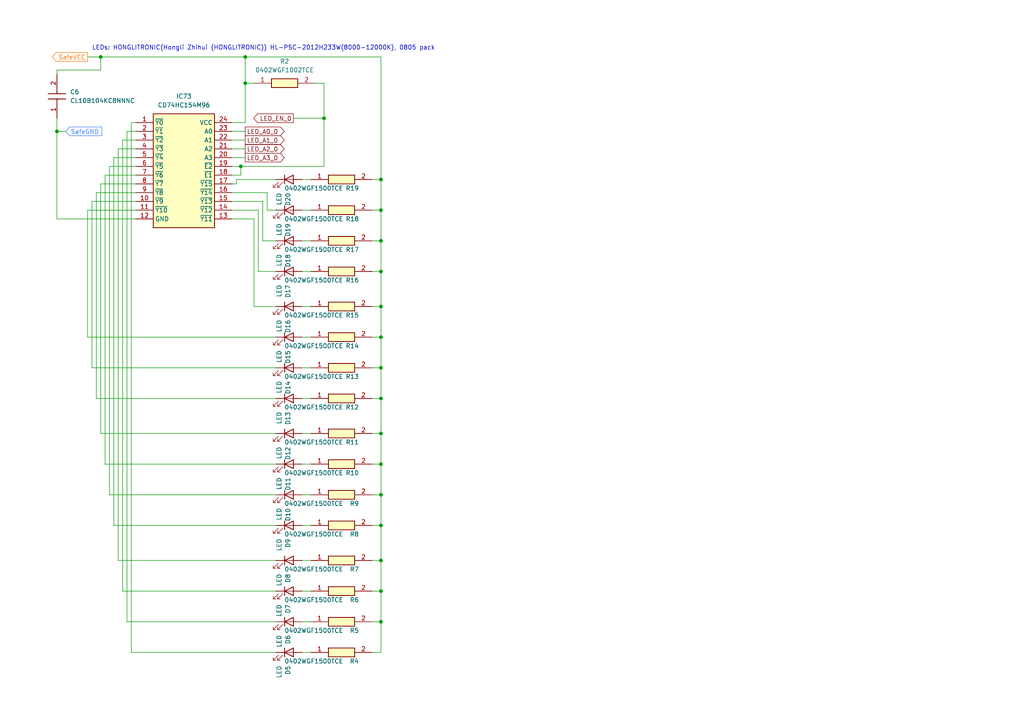
<source format=kicad_sch>
(kicad_sch (version 20250114) (generator "eeschema") (generator_version "9.0")
  (paper "A4")
  (title_block (title "ElectroChessboard") (company "Wojciech B") (comment 1 "Electronic chessboard") (comment 2 "Elektroniczna szachownica"))
  (lib_symbols
    (symbol "Device:LED" (pin_numbers (hide yes)) (pin_names (offset 1.016) (hide yes))
      (property "Reference" "D" (at 0 2.54 0))
      (property "Value" "LED" (at 0 -2.54 0))
      (symbol "LED_0_1"
        (polyline (pts (xy -3.048 -0.762) (xy -4.572 -2.286) (xy -3.81 -2.286) (xy -4.572 -2.286) (xy -4.572 -1.524)))
        (polyline (pts (xy -1.778 -0.762) (xy -3.302 -2.286) (xy -2.54 -2.286) (xy -3.302 -2.286) (xy -3.302 -1.524)))
        (polyline (pts (xy -1.27 0) (xy 1.27 0)))
        (polyline (pts (xy -1.27 -1.27) (xy -1.27 1.27)) (stroke (width 0.254)))
        (polyline (pts (xy 1.27 -1.27) (xy 1.27 1.27) (xy -1.27 0) (xy 1.27 -1.27)) (stroke (width 0.254)))
      )
      (symbol "LED_1_1"
        (pin passive line (at -3.81 0 0) (length 2.54) (name "K") (number "1"))
        (pin passive line (at 3.81 0 180) (length 2.54) (name "A") (number "2"))
      )
    )
    (symbol "SamacSys_Parts:0402WGF1002TCE" (pin_names (hide yes))
      (property "Reference" "R" (at 13.97 6.35 0))
      (property "Value" "0402WGF1002TCE" (at 13.97 3.81 0))
      (symbol "0402WGF1002TCE_1_1"
        (rectangle (start 5.08 1.27) (end 12.7 -1.27) (stroke (width 0.254)) (fill (type background)))
        (pin passive line (at 0 0 0) (length 5.08) (name "1") (number "1"))
        (pin passive line (at 17.78 0 180) (length 5.08) (name "2") (number "2"))
      )
    )
    (symbol "SamacSys_Parts:0402WGF1500TCE" (pin_names (hide yes))
      (property "Reference" "R" (at 13.97 6.35 0))
      (property "Value" "0402WGF1500TCE" (at 13.97 3.81 0))
      (symbol "0402WGF1500TCE_1_1"
        (rectangle (start 5.08 1.27) (end 12.7 -1.27) (stroke (width 0.254)) (fill (type background)))
        (pin passive line (at 0 0 0) (length 5.08) (name "1") (number "1"))
        (pin passive line (at 17.78 0 180) (length 5.08) (name "2") (number "2"))
      )
    )
    (symbol "SamacSys_Parts:CD74HC154M96"
      (property "Reference" "IC" (at 24.13 7.62 0))
      (property "Value" "CD74HC154M96" (at 24.13 5.08 0))
      (symbol "CD74HC154M96_1_1"
        (rectangle (start 5.08 2.54) (end 22.86 -30.48) (stroke (width 0.254)) (fill (type background)))
        (pin passive line (at 0 0 0) (length 5.08) (name "~{Y0}") (number "1"))
        (pin passive line (at 0 -2.54 0) (length 5.08) (name "~{Y1}") (number "2"))
        (pin passive line (at 0 -5.08 0) (length 5.08) (name "~{Y2}") (number "3"))
        (pin passive line (at 0 -7.62 0) (length 5.08) (name "~{Y3}") (number "4"))
        (pin passive line (at 0 -10.16 0) (length 5.08) (name "~{Y4}") (number "5"))
        (pin passive line (at 0 -12.7 0) (length 5.08) (name "~{Y5}") (number "6"))
        (pin passive line (at 0 -15.24 0) (length 5.08) (name "~{Y6}") (number "7"))
        (pin passive line (at 0 -17.78 0) (length 5.08) (name "~{Y7}") (number "8"))
        (pin passive line (at 0 -20.32 0) (length 5.08) (name "~{Y8}") (number "9"))
        (pin passive line (at 0 -22.86 0) (length 5.08) (name "~{Y9}") (number "10"))
        (pin passive line (at 0 -25.4 0) (length 5.08) (name "~{Y10}") (number "11"))
        (pin passive line (at 0 -27.94 0) (length 5.08) (name "GND") (number "12"))
        (pin passive line (at 27.94 0 180) (length 5.08) (name "VCC") (number "24"))
        (pin passive line (at 27.94 -2.54 180) (length 5.08) (name "A0") (number "23"))
        (pin passive line (at 27.94 -5.08 180) (length 5.08) (name "A1") (number "22"))
        (pin passive line (at 27.94 -7.62 180) (length 5.08) (name "A2") (number "21"))
        (pin passive line (at 27.94 -10.16 180) (length 5.08) (name "A3") (number "20"))
        (pin passive line (at 27.94 -12.7 180) (length 5.08) (name "~{E2}") (number "19"))
        (pin passive line (at 27.94 -15.24 180) (length 5.08) (name "~{E1}") (number "18"))
        (pin passive line (at 27.94 -17.78 180) (length 5.08) (name "~{Y15}") (number "17"))
        (pin passive line (at 27.94 -20.32 180) (length 5.08) (name "~{Y14}") (number "16"))
        (pin passive line (at 27.94 -22.86 180) (length 5.08) (name "~{Y13}") (number "15"))
        (pin passive line (at 27.94 -25.4 180) (length 5.08) (name "~{Y12}") (number "14"))
        (pin passive line (at 27.94 -27.94 180) (length 5.08) (name "~{Y11}") (number "13"))
      )
    )
    (symbol "SamacSys_Parts:CL10B104KC8NNNC" (pin_names (hide yes))
      (property "Reference" "C" (at 8.89 6.35 0))
      (property "Value" "CL10B104KC8NNNC" (at 8.89 3.81 0))
      (symbol "CL10B104KC8NNNC_1_1"
        (polyline (pts (xy 5.08 0) (xy 5.588 0)) (stroke (width 0.254)))
        (polyline (pts (xy 5.588 2.54) (xy 5.588 -2.54)) (stroke (width 0.254)))
        (polyline (pts (xy 7.112 2.54) (xy 7.112 -2.54)) (stroke (width 0.254)))
        (polyline (pts (xy 7.112 0) (xy 7.62 0)) (stroke (width 0.254)))
        (pin passive line (at 0 0 0) (length 5.08) (name "1") (number "1"))
        (pin passive line (at 12.7 0 180) (length 5.08) (name "2") (number "2"))
      )
    )
  )
  (text "LEDs: HONGLITRONIC(Hongli Zhihui (HONGLITRONIC)) HL-PSC-2012H233W(8000-12000K), 0805 pack" (at 26.67 13.97 0) (effects (font (size 1.27 1.27)) (justify left)))
  (junction (at 16.51 38.1))
  (junction (at 110.49 88.9))
  (junction (at 93.98 34.29))
  (junction (at 71.12 24.13))
  (junction (at 110.49 106.68))
  (junction (at 110.49 69.85))
  (junction (at 110.49 78.74))
  (junction (at 110.49 152.4))
  (junction (at 110.49 180.34))
  (junction (at 110.49 60.96))
  (junction (at 29.21 16.51))
  (junction (at 110.49 143.51))
  (junction (at 110.49 125.73))
  (junction (at 110.49 97.79))
  (junction (at 69.85 48.26))
  (junction (at 110.49 115.57))
  (junction (at 110.49 171.45))
  (junction (at 110.49 52.07))
  (junction (at 71.12 16.51))
  (junction (at 110.49 162.56))
  (junction (at 110.49 134.62))
  (wire (pts (xy 29.21 16.51) (xy 29.21 20.32)))
  (wire (pts (xy 90.17 69.85) (xy 87.63 69.85)))
  (wire (pts (xy 67.31 43.18) (xy 71.12 43.18)))
  (wire (pts (xy 39.37 48.26) (xy 31.75 48.26)))
  (wire (pts (xy 35.56 40.64) (xy 35.56 171.45)))
  (wire (pts (xy 36.83 180.34) (xy 80.01 180.34)))
  (wire (pts (xy 110.49 69.85) (xy 110.49 78.74)))
  (wire (pts (xy 39.37 38.1) (xy 36.83 38.1)))
  (wire (pts (xy 107.95 52.07) (xy 110.49 52.07)))
  (wire (pts (xy 16.51 38.1) (xy 19.05 38.1)))
  (wire (pts (xy 33.02 152.4) (xy 80.01 152.4)))
  (wire (pts (xy 110.49 60.96) (xy 110.49 69.85)))
  (wire (pts (xy 31.75 48.26) (xy 31.75 143.51)))
  (wire (pts (xy 34.29 162.56) (xy 80.01 162.56)))
  (wire (pts (xy 110.49 52.07) (xy 110.49 60.96)))
  (wire (pts (xy 90.17 125.73) (xy 87.63 125.73)))
  (wire (pts (xy 85.09 34.29) (xy 93.98 34.29)))
  (wire (pts (xy 16.51 20.32) (xy 16.51 21.59)))
  (wire (pts (xy 26.67 106.68) (xy 80.01 106.68)))
  (wire (pts (xy 39.37 60.96) (xy 25.4 60.96)))
  (wire (pts (xy 110.49 125.73) (xy 110.49 134.62)))
  (wire (pts (xy 80.01 60.96) (xy 77.47 60.96)))
  (wire (pts (xy 80.01 52.07) (xy 68.58 52.07)))
  (wire (pts (xy 68.58 53.34) (xy 67.31 53.34)))
  (wire (pts (xy 110.49 189.23) (xy 107.95 189.23)))
  (wire (pts (xy 67.31 60.96) (xy 74.93 60.96)))
  (wire (pts (xy 39.37 40.64) (xy 35.56 40.64)))
  (wire (pts (xy 110.49 180.34) (xy 110.49 189.23)))
  (wire (pts (xy 110.49 134.62) (xy 110.49 143.51)))
  (wire (pts (xy 69.85 48.26) (xy 93.98 48.26)))
  (wire (pts (xy 110.49 97.79) (xy 110.49 106.68)))
  (wire (pts (xy 74.93 78.74) (xy 80.01 78.74)))
  (wire (pts (xy 25.4 60.96) (xy 25.4 97.79)))
  (wire (pts (xy 29.21 16.51) (xy 71.12 16.51)))
  (wire (pts (xy 38.1 189.23) (xy 80.01 189.23)))
  (wire (pts (xy 107.95 88.9) (xy 110.49 88.9)))
  (wire (pts (xy 90.17 171.45) (xy 87.63 171.45)))
  (wire (pts (xy 36.83 38.1) (xy 36.83 180.34)))
  (wire (pts (xy 29.21 53.34) (xy 29.21 125.73)))
  (wire (pts (xy 26.67 58.42) (xy 26.67 106.68)))
  (wire (pts (xy 107.95 106.68) (xy 110.49 106.68)))
  (wire (pts (xy 107.95 115.57) (xy 110.49 115.57)))
  (wire (pts (xy 90.17 88.9) (xy 87.63 88.9)))
  (wire (pts (xy 107.95 152.4) (xy 110.49 152.4)))
  (wire (pts (xy 110.49 152.4) (xy 110.49 162.56)))
  (wire (pts (xy 67.31 45.72) (xy 71.12 45.72)))
  (wire (pts (xy 73.66 63.5) (xy 73.66 88.9)))
  (wire (pts (xy 90.17 78.74) (xy 87.63 78.74)))
  (wire (pts (xy 93.98 24.13) (xy 91.44 24.13)))
  (wire (pts (xy 74.93 60.96) (xy 74.93 78.74)))
  (wire (pts (xy 39.37 50.8) (xy 30.48 50.8)))
  (wire (pts (xy 16.51 34.29) (xy 16.51 38.1)))
  (wire (pts (xy 90.17 115.57) (xy 87.63 115.57)))
  (wire (pts (xy 25.4 16.51) (xy 29.21 16.51)))
  (wire (pts (xy 67.31 48.26) (xy 69.85 48.26)))
  (wire (pts (xy 71.12 16.51) (xy 110.49 16.51)))
  (wire (pts (xy 110.49 106.68) (xy 110.49 115.57)))
  (wire (pts (xy 69.85 50.8) (xy 69.85 48.26)))
  (wire (pts (xy 90.17 189.23) (xy 87.63 189.23)))
  (wire (pts (xy 77.47 60.96) (xy 77.47 55.88)))
  (wire (pts (xy 110.49 78.74) (xy 110.49 88.9)))
  (wire (pts (xy 77.47 55.88) (xy 67.31 55.88)))
  (wire (pts (xy 90.17 162.56) (xy 87.63 162.56)))
  (wire (pts (xy 68.58 52.07) (xy 68.58 53.34)))
  (wire (pts (xy 71.12 16.51) (xy 71.12 24.13)))
  (wire (pts (xy 38.1 35.56) (xy 38.1 189.23)))
  (wire (pts (xy 107.95 97.79) (xy 110.49 97.79)))
  (wire (pts (xy 35.56 171.45) (xy 80.01 171.45)))
  (wire (pts (xy 39.37 45.72) (xy 33.02 45.72)))
  (wire (pts (xy 71.12 24.13) (xy 71.12 35.56)))
  (wire (pts (xy 107.95 78.74) (xy 110.49 78.74)))
  (wire (pts (xy 29.21 20.32) (xy 16.51 20.32)))
  (wire (pts (xy 90.17 152.4) (xy 87.63 152.4)))
  (wire (pts (xy 34.29 43.18) (xy 34.29 162.56)))
  (wire (pts (xy 80.01 69.85) (xy 76.2 69.85)))
  (wire (pts (xy 39.37 58.42) (xy 26.67 58.42)))
  (wire (pts (xy 110.49 171.45) (xy 110.49 180.34)))
  (wire (pts (xy 110.49 143.51) (xy 110.49 152.4)))
  (wire (pts (xy 67.31 38.1) (xy 71.12 38.1)))
  (wire (pts (xy 31.75 143.51) (xy 80.01 143.51)))
  (wire (pts (xy 67.31 63.5) (xy 73.66 63.5)))
  (wire (pts (xy 110.49 16.51) (xy 110.49 52.07)))
  (wire (pts (xy 107.95 69.85) (xy 110.49 69.85)))
  (wire (pts (xy 71.12 24.13) (xy 73.66 24.13)))
  (wire (pts (xy 27.94 55.88) (xy 27.94 115.57)))
  (wire (pts (xy 93.98 34.29) (xy 93.98 24.13)))
  (wire (pts (xy 93.98 48.26) (xy 93.98 34.29)))
  (wire (pts (xy 16.51 63.5) (xy 39.37 63.5)))
  (wire (pts (xy 25.4 97.79) (xy 80.01 97.79)))
  (wire (pts (xy 107.95 180.34) (xy 110.49 180.34)))
  (wire (pts (xy 16.51 38.1) (xy 16.51 63.5)))
  (wire (pts (xy 71.12 35.56) (xy 67.31 35.56)))
  (wire (pts (xy 110.49 88.9) (xy 110.49 97.79)))
  (wire (pts (xy 90.17 180.34) (xy 87.63 180.34)))
  (wire (pts (xy 107.95 60.96) (xy 110.49 60.96)))
  (wire (pts (xy 30.48 50.8) (xy 30.48 134.62)))
  (wire (pts (xy 107.95 171.45) (xy 110.49 171.45)))
  (wire (pts (xy 107.95 143.51) (xy 110.49 143.51)))
  (wire (pts (xy 107.95 134.62) (xy 110.49 134.62)))
  (wire (pts (xy 39.37 35.56) (xy 38.1 35.56)))
  (wire (pts (xy 90.17 60.96) (xy 87.63 60.96)))
  (wire (pts (xy 39.37 43.18) (xy 34.29 43.18)))
  (wire (pts (xy 76.2 58.42) (xy 67.31 58.42)))
  (wire (pts (xy 107.95 125.73) (xy 110.49 125.73)))
  (wire (pts (xy 67.31 40.64) (xy 71.12 40.64)))
  (wire (pts (xy 30.48 134.62) (xy 80.01 134.62)))
  (wire (pts (xy 76.2 69.85) (xy 76.2 58.42)))
  (wire (pts (xy 67.31 50.8) (xy 69.85 50.8)))
  (wire (pts (xy 39.37 55.88) (xy 27.94 55.88)))
  (wire (pts (xy 90.17 134.62) (xy 87.63 134.62)))
  (wire (pts (xy 27.94 115.57) (xy 80.01 115.57)))
  (wire (pts (xy 90.17 97.79) (xy 87.63 97.79)))
  (wire (pts (xy 73.66 88.9) (xy 80.01 88.9)))
  (wire (pts (xy 29.21 125.73) (xy 80.01 125.73)))
  (wire (pts (xy 90.17 52.07) (xy 87.63 52.07)))
  (wire (pts (xy 107.95 162.56) (xy 110.49 162.56)))
  (wire (pts (xy 110.49 162.56) (xy 110.49 171.45)))
  (wire (pts (xy 110.49 115.57) (xy 110.49 125.73)))
  (wire (pts (xy 33.02 45.72) (xy 33.02 152.4)))
  (wire (pts (xy 39.37 53.34) (xy 29.21 53.34)))
  (wire (pts (xy 90.17 143.51) (xy 87.63 143.51)))
  (wire (pts (xy 90.17 106.68) (xy 87.63 106.68)))
  (global_label "LED_A1_0" (shape output) (at 71.12 40.64 0) (property "Intersheetrefs" "${INTERSHEET_REFS}" (effects (hide yes))))
  (global_label "SafeVCC" (shape output) (at 25.4 16.51 180) (property "Intersheetrefs" "${INTERSHEET_REFS}" (effects (hide yes))))
  (global_label "LED_A2_0" (shape output) (at 71.12 43.18 0) (property "Intersheetrefs" "${INTERSHEET_REFS}" (effects (hide yes))))
  (global_label "SafeGND" (shape input) (at 19.05 38.1 0) (property "Intersheetrefs" "${INTERSHEET_REFS}" (effects (hide yes))))
  (global_label "LED_A0_0" (shape output) (at 71.12 38.1 0) (property "Intersheetrefs" "${INTERSHEET_REFS}" (effects (hide yes))))
  (global_label "LED_A3_0" (shape output) (at 71.12 45.72 0) (property "Intersheetrefs" "${INTERSHEET_REFS}" (effects (hide yes))))
  (global_label "LED_EN_0" (shape output) (at 85.09 34.29 180) (property "Intersheetrefs" "${INTERSHEET_REFS}" (effects (hide yes))))
  (symbol (lib_id "SamacSys_Parts:0402WGF1500TCE") (at 90.17 189.23 0) (unit 1)
    (property "Reference" "R4" (at 104.14 191.77 0) (effects (justify right)))
    (property "Value" "0402WGF1500TCE" (at 99.568 191.77 0) (effects (justify right)))
    (property "Footprint" "SamacSys_Parts:RESC1005X40N" (effects (hide yes)))
    (property "Datasheet" "https://datasheet.lcsc.com/szlcsc/Uniroyal-Elec-0402WGF1500TCE_C25082.pdf" (effects (hide yes)))
    (property "Description" "150ohms +/-1% 1/16W +/-100ppm/ 0402 Chip Resistor - Surface Mount RoHS" (effects (hide yes)))
    (property "Height" "0.4" (effects (hide yes)))
    (property "Manufacturer_Name" "UNI-ROYAL(Uniroyal Elec)" (effects (hide yes)))
    (property "Manufacturer_Part_Number" "0402WGF1500TCE" (effects (hide yes)))
  )
  (symbol (lib_id "SamacSys_Parts:0402WGF1500TCE") (at 90.17 97.79 0) (unit 1)
    (property "Reference" "R14" (at 104.14 100.33 0) (effects (justify right)))
    (property "Value" "0402WGF1500TCE" (at 99.568 100.33 0) (effects (justify right)))
    (property "Footprint" "SamacSys_Parts:RESC1005X40N" (effects (hide yes)))
    (property "Datasheet" "https://datasheet.lcsc.com/szlcsc/Uniroyal-Elec-0402WGF1500TCE_C25082.pdf" (effects (hide yes)))
    (property "Description" "150ohms +/-1% 1/16W +/-100ppm/ 0402 Chip Resistor - Surface Mount RoHS" (effects (hide yes)))
    (property "Height" "0.4" (effects (hide yes)))
    (property "Manufacturer_Name" "UNI-ROYAL(Uniroyal Elec)" (effects (hide yes)))
    (property "Manufacturer_Part_Number" "0402WGF1500TCE" (effects (hide yes)))
  )
  (symbol (lib_id "Device:LED") (at 83.82 162.56 0) (unit 1)
    (property "Reference" "D8" (at 83.5026 166.37 90) (effects (justify right)))
    (property "Value" "LED" (at 80.9626 166.37 90) (effects (justify right)))
    (property "Footprint" "LED_SMD:LED_0805_2012Metric" (effects (hide yes)))
    (property "Description" "Light emitting diode" (effects (hide yes)))
    (property "Sim.Pins" "1=K 2=A" (effects (hide yes)))
  )
  (symbol (lib_id "Device:LED") (at 83.82 125.73 0) (unit 1)
    (property "Reference" "D12" (at 83.5026 129.54 90) (effects (justify right)))
    (property "Value" "LED" (at 80.9626 129.54 90) (effects (justify right)))
    (property "Footprint" "LED_SMD:LED_0805_2012Metric" (effects (hide yes)))
    (property "Description" "Light emitting diode" (effects (hide yes)))
    (property "Sim.Pins" "1=K 2=A" (effects (hide yes)))
  )
  (symbol (lib_id "SamacSys_Parts:0402WGF1500TCE") (at 90.17 152.4 0) (unit 1)
    (property "Reference" "R8" (at 104.14 154.94 0) (effects (justify right)))
    (property "Value" "0402WGF1500TCE" (at 99.568 154.94 0) (effects (justify right)))
    (property "Footprint" "SamacSys_Parts:RESC1005X40N" (effects (hide yes)))
    (property "Datasheet" "https://datasheet.lcsc.com/szlcsc/Uniroyal-Elec-0402WGF1500TCE_C25082.pdf" (effects (hide yes)))
    (property "Description" "150ohms +/-1% 1/16W +/-100ppm/ 0402 Chip Resistor - Surface Mount RoHS" (effects (hide yes)))
    (property "Height" "0.4" (effects (hide yes)))
    (property "Manufacturer_Name" "UNI-ROYAL(Uniroyal Elec)" (effects (hide yes)))
    (property "Manufacturer_Part_Number" "0402WGF1500TCE" (effects (hide yes)))
  )
  (symbol (lib_id "Device:LED") (at 83.82 60.96 0) (unit 1)
    (property "Reference" "D19" (at 83.5026 64.77 90) (effects (justify right)))
    (property "Value" "LED" (at 80.9626 64.77 90) (effects (justify right)))
    (property "Footprint" "LED_SMD:LED_0805_2012Metric" (effects (hide yes)))
    (property "Description" "Light emitting diode" (effects (hide yes)))
    (property "Sim.Pins" "1=K 2=A" (effects (hide yes)))
  )
  (symbol (lib_id "SamacSys_Parts:0402WGF1500TCE") (at 90.17 69.85 0) (unit 1)
    (property "Reference" "R17" (at 104.14 72.39 0) (effects (justify right)))
    (property "Value" "0402WGF1500TCE" (at 99.568 72.39 0) (effects (justify right)))
    (property "Footprint" "SamacSys_Parts:RESC1005X40N" (effects (hide yes)))
    (property "Datasheet" "https://datasheet.lcsc.com/szlcsc/Uniroyal-Elec-0402WGF1500TCE_C25082.pdf" (effects (hide yes)))
    (property "Description" "150ohms +/-1% 1/16W +/-100ppm/ 0402 Chip Resistor - Surface Mount RoHS" (effects (hide yes)))
    (property "Height" "0.4" (effects (hide yes)))
    (property "Manufacturer_Name" "UNI-ROYAL(Uniroyal Elec)" (effects (hide yes)))
    (property "Manufacturer_Part_Number" "0402WGF1500TCE" (effects (hide yes)))
  )
  (symbol (lib_id "SamacSys_Parts:0402WGF1500TCE") (at 90.17 106.68 0) (unit 1)
    (property "Reference" "R13" (at 104.14 109.22 0) (effects (justify right)))
    (property "Value" "0402WGF1500TCE" (at 99.568 109.22 0) (effects (justify right)))
    (property "Footprint" "SamacSys_Parts:RESC1005X40N" (effects (hide yes)))
    (property "Datasheet" "https://datasheet.lcsc.com/szlcsc/Uniroyal-Elec-0402WGF1500TCE_C25082.pdf" (effects (hide yes)))
    (property "Description" "150ohms +/-1% 1/16W +/-100ppm/ 0402 Chip Resistor - Surface Mount RoHS" (effects (hide yes)))
    (property "Height" "0.4" (effects (hide yes)))
    (property "Manufacturer_Name" "UNI-ROYAL(Uniroyal Elec)" (effects (hide yes)))
    (property "Manufacturer_Part_Number" "0402WGF1500TCE" (effects (hide yes)))
  )
  (symbol (lib_id "SamacSys_Parts:CL10B104KC8NNNC") (at 16.51 34.29 90) (unit 1)
    (property "Reference" "C6" (at 20.32 26.6699 90) (effects (justify right)))
    (property "Value" "CL10B104KC8NNNC" (at 20.32 29.2099 90) (effects (justify right)))
    (property "Footprint" "SamacSys_Parts:CAPC1608X90N" (effects (hide yes)))
    (property "Datasheet" "https://datasheet.datasheetarchive.com/originals/distributors/DKDS-19/373511.pdf" (effects (hide yes)))
    (property "Description" "Samsung" (effects (hide yes)))
    (property "Height" "0.9" (effects (hide yes)))
    (property "Mouser Part Number" "187-CL10B104KC8NNNC" (effects (hide yes)))
    (property "Mouser Price/Stock" "https://www.mouser.co.uk/ProductDetail/Samsung-Electro-Mechanics/CL10B104KC8NNNC?qs=%2FukktrhNKsY5bKXvqblW4Q%3D%3D" (effects (hide yes)))
    (property "Manufacturer_Name" "SAMSUNG" (effects (hide yes)))
    (property "Manufacturer_Part_Number" "CL10B104KC8NNNC" (effects (hide yes)))
  )
  (symbol (lib_id "Device:LED") (at 83.82 143.51 0) (unit 1)
    (property "Reference" "D10" (at 83.5026 147.32 90) (effects (justify right)))
    (property "Value" "LED" (at 80.9626 147.32 90) (effects (justify right)))
    (property "Footprint" "LED_SMD:LED_0805_2012Metric" (effects (hide yes)))
    (property "Description" "Light emitting diode" (effects (hide yes)))
    (property "Sim.Pins" "1=K 2=A" (effects (hide yes)))
  )
  (symbol (lib_id "Device:LED") (at 83.82 189.23 0) (unit 1)
    (property "Reference" "D5" (at 83.5026 193.04 90) (effects (justify right)))
    (property "Value" "LED" (at 80.9626 193.04 90) (effects (justify right)))
    (property "Footprint" "LED_SMD:LED_0805_2012Metric" (effects (hide yes)))
    (property "Description" "Light emitting diode" (effects (hide yes)))
    (property "Sim.Pins" "1=K 2=A" (effects (hide yes)))
  )
  (symbol (lib_id "Device:LED") (at 83.82 106.68 0) (unit 1)
    (property "Reference" "D14" (at 83.5026 110.49 90) (effects (justify right)))
    (property "Value" "LED" (at 80.9626 110.49 90) (effects (justify right)))
    (property "Footprint" "LED_SMD:LED_0805_2012Metric" (effects (hide yes)))
    (property "Description" "Light emitting diode" (effects (hide yes)))
    (property "Sim.Pins" "1=K 2=A" (effects (hide yes)))
  )
  (symbol (lib_id "SamacSys_Parts:0402WGF1500TCE") (at 90.17 88.9 0) (unit 1)
    (property "Reference" "R15" (at 104.14 91.44 0) (effects (justify right)))
    (property "Value" "0402WGF1500TCE" (at 99.568 91.44 0) (effects (justify right)))
    (property "Footprint" "SamacSys_Parts:RESC1005X40N" (effects (hide yes)))
    (property "Datasheet" "https://datasheet.lcsc.com/szlcsc/Uniroyal-Elec-0402WGF1500TCE_C25082.pdf" (effects (hide yes)))
    (property "Description" "150ohms +/-1% 1/16W +/-100ppm/ 0402 Chip Resistor - Surface Mount RoHS" (effects (hide yes)))
    (property "Height" "0.4" (effects (hide yes)))
    (property "Manufacturer_Name" "UNI-ROYAL(Uniroyal Elec)" (effects (hide yes)))
    (property "Manufacturer_Part_Number" "0402WGF1500TCE" (effects (hide yes)))
  )
  (symbol (lib_id "Device:LED") (at 83.82 152.4 0) (unit 1)
    (property "Reference" "D9" (at 83.5026 156.21 90) (effects (justify right)))
    (property "Value" "LED" (at 80.9626 156.21 90) (effects (justify right)))
    (property "Footprint" "LED_SMD:LED_0805_2012Metric" (effects (hide yes)))
    (property "Description" "Light emitting diode" (effects (hide yes)))
    (property "Sim.Pins" "1=K 2=A" (effects (hide yes)))
  )
  (symbol (lib_id "SamacSys_Parts:CD74HC154M96") (at 39.37 35.56 0) (unit 1)
    (property "Reference" "IC73" (at 53.34 27.94 0))
    (property "Value" "CD74HC154M96" (at 53.34 30.48 0))
    (property "Footprint" "SamacSys_Parts:SOIC127P1030X265-24N" (effects (hide yes)))
    (property "Datasheet" "http://www.ti.com/lit/gpn/cd74hc154" (effects (hide yes)))
    (property "Description" "High Speed CMOS Logic 4-to-16 Line Decoder/Demultiplexer" (effects (hide yes)))
    (property "Height" "2.65" (effects (hide yes)))
    (property "Mouser Part Number" "595-CD74HC154M96" (effects (hide yes)))
    (property "Mouser Price/Stock" "https://www.mouser.co.uk/ProductDetail/Texas-Instruments/CD74HC154M96?qs=YxwvVplHM%2FnR3vJab0%252BPQw%3D%3D" (effects (hide yes)))
    (property "Manufacturer_Name" "Texas Instruments" (effects (hide yes)))
    (property "Manufacturer_Part_Number" "CD74HC154M96" (effects (hide yes)))
  )
  (symbol (lib_id "Device:LED") (at 83.82 115.57 0) (unit 1)
    (property "Reference" "D13" (at 83.5026 119.38 90) (effects (justify right)))
    (property "Value" "LED" (at 80.9626 119.38 90) (effects (justify right)))
    (property "Footprint" "LED_SMD:LED_0805_2012Metric" (effects (hide yes)))
    (property "Description" "Light emitting diode" (effects (hide yes)))
    (property "Sim.Pins" "1=K 2=A" (effects (hide yes)))
  )
  (symbol (lib_id "SamacSys_Parts:0402WGF1500TCE") (at 90.17 162.56 0) (unit 1)
    (property "Reference" "R7" (at 104.14 165.1 0) (effects (justify right)))
    (property "Value" "0402WGF1500TCE" (at 99.568 165.1 0) (effects (justify right)))
    (property "Footprint" "SamacSys_Parts:RESC1005X40N" (effects (hide yes)))
    (property "Datasheet" "https://datasheet.lcsc.com/szlcsc/Uniroyal-Elec-0402WGF1500TCE_C25082.pdf" (effects (hide yes)))
    (property "Description" "150ohms +/-1% 1/16W +/-100ppm/ 0402 Chip Resistor - Surface Mount RoHS" (effects (hide yes)))
    (property "Height" "0.4" (effects (hide yes)))
    (property "Manufacturer_Name" "UNI-ROYAL(Uniroyal Elec)" (effects (hide yes)))
    (property "Manufacturer_Part_Number" "0402WGF1500TCE" (effects (hide yes)))
  )
  (symbol (lib_id "Device:LED") (at 83.82 171.45 0) (unit 1)
    (property "Reference" "D7" (at 83.5026 175.26 90) (effects (justify right)))
    (property "Value" "LED" (at 80.9626 175.26 90) (effects (justify right)))
    (property "Footprint" "LED_SMD:LED_0805_2012Metric" (effects (hide yes)))
    (property "Description" "Light emitting diode" (effects (hide yes)))
    (property "Sim.Pins" "1=K 2=A" (effects (hide yes)))
  )
  (symbol (lib_id "SamacSys_Parts:0402WGF1500TCE") (at 90.17 143.51 0) (unit 1)
    (property "Reference" "R9" (at 104.14 146.05 0) (effects (justify right)))
    (property "Value" "0402WGF1500TCE" (at 99.568 146.05 0) (effects (justify right)))
    (property "Footprint" "SamacSys_Parts:RESC1005X40N" (effects (hide yes)))
    (property "Datasheet" "https://datasheet.lcsc.com/szlcsc/Uniroyal-Elec-0402WGF1500TCE_C25082.pdf" (effects (hide yes)))
    (property "Description" "150ohms +/-1% 1/16W +/-100ppm/ 0402 Chip Resistor - Surface Mount RoHS" (effects (hide yes)))
    (property "Height" "0.4" (effects (hide yes)))
    (property "Manufacturer_Name" "UNI-ROYAL(Uniroyal Elec)" (effects (hide yes)))
    (property "Manufacturer_Part_Number" "0402WGF1500TCE" (effects (hide yes)))
  )
  (symbol (lib_id "SamacSys_Parts:0402WGF1500TCE") (at 90.17 180.34 0) (unit 1)
    (property "Reference" "R5" (at 104.14 182.88 0) (effects (justify right)))
    (property "Value" "0402WGF1500TCE" (at 99.568 182.88 0) (effects (justify right)))
    (property "Footprint" "SamacSys_Parts:RESC1005X40N" (effects (hide yes)))
    (property "Datasheet" "https://datasheet.lcsc.com/szlcsc/Uniroyal-Elec-0402WGF1500TCE_C25082.pdf" (effects (hide yes)))
    (property "Description" "150ohms +/-1% 1/16W +/-100ppm/ 0402 Chip Resistor - Surface Mount RoHS" (effects (hide yes)))
    (property "Height" "0.4" (effects (hide yes)))
    (property "Manufacturer_Name" "UNI-ROYAL(Uniroyal Elec)" (effects (hide yes)))
    (property "Manufacturer_Part_Number" "0402WGF1500TCE" (effects (hide yes)))
  )
  (symbol (lib_id "Device:LED") (at 83.82 69.85 0) (unit 1)
    (property "Reference" "D18" (at 83.5026 73.66 90) (effects (justify right)))
    (property "Value" "LED" (at 80.9626 73.66 90) (effects (justify right)))
    (property "Footprint" "LED_SMD:LED_0805_2012Metric" (effects (hide yes)))
    (property "Description" "Light emitting diode" (effects (hide yes)))
    (property "Sim.Pins" "1=K 2=A" (effects (hide yes)))
  )
  (symbol (lib_id "Device:LED") (at 83.82 88.9 0) (unit 1)
    (property "Reference" "D16" (at 83.5026 92.71 90) (effects (justify right)))
    (property "Value" "LED" (at 80.9626 92.71 90) (effects (justify right)))
    (property "Footprint" "LED_SMD:LED_0805_2012Metric" (effects (hide yes)))
    (property "Description" "Light emitting diode" (effects (hide yes)))
    (property "Sim.Pins" "1=K 2=A" (effects (hide yes)))
  )
  (symbol (lib_id "SamacSys_Parts:0402WGF1500TCE") (at 90.17 115.57 0) (unit 1)
    (property "Reference" "R12" (at 104.14 118.11 0) (effects (justify right)))
    (property "Value" "0402WGF1500TCE" (at 99.568 118.11 0) (effects (justify right)))
    (property "Footprint" "SamacSys_Parts:RESC1005X40N" (effects (hide yes)))
    (property "Datasheet" "https://datasheet.lcsc.com/szlcsc/Uniroyal-Elec-0402WGF1500TCE_C25082.pdf" (effects (hide yes)))
    (property "Description" "150ohms +/-1% 1/16W +/-100ppm/ 0402 Chip Resistor - Surface Mount RoHS" (effects (hide yes)))
    (property "Height" "0.4" (effects (hide yes)))
    (property "Manufacturer_Name" "UNI-ROYAL(Uniroyal Elec)" (effects (hide yes)))
    (property "Manufacturer_Part_Number" "0402WGF1500TCE" (effects (hide yes)))
  )
  (symbol (lib_id "Device:LED") (at 83.82 78.74 0) (unit 1)
    (property "Reference" "D17" (at 83.5026 82.55 90) (effects (justify right)))
    (property "Value" "LED" (at 80.9626 82.55 90) (effects (justify right)))
    (property "Footprint" "LED_SMD:LED_0805_2012Metric" (effects (hide yes)))
    (property "Description" "Light emitting diode" (effects (hide yes)))
    (property "Sim.Pins" "1=K 2=A" (effects (hide yes)))
  )
  (symbol (lib_id "SamacSys_Parts:0402WGF1500TCE") (at 90.17 125.73 0) (unit 1)
    (property "Reference" "R11" (at 104.14 128.27 0) (effects (justify right)))
    (property "Value" "0402WGF1500TCE" (at 99.568 128.27 0) (effects (justify right)))
    (property "Footprint" "SamacSys_Parts:RESC1005X40N" (effects (hide yes)))
    (property "Datasheet" "https://datasheet.lcsc.com/szlcsc/Uniroyal-Elec-0402WGF1500TCE_C25082.pdf" (effects (hide yes)))
    (property "Description" "150ohms +/-1% 1/16W +/-100ppm/ 0402 Chip Resistor - Surface Mount RoHS" (effects (hide yes)))
    (property "Height" "0.4" (effects (hide yes)))
    (property "Manufacturer_Name" "UNI-ROYAL(Uniroyal Elec)" (effects (hide yes)))
    (property "Manufacturer_Part_Number" "0402WGF1500TCE" (effects (hide yes)))
  )
  (symbol (lib_id "SamacSys_Parts:0402WGF1500TCE") (at 90.17 134.62 0) (unit 1)
    (property "Reference" "R10" (at 104.14 137.16 0) (effects (justify right)))
    (property "Value" "0402WGF1500TCE" (at 99.568 137.16 0) (effects (justify right)))
    (property "Footprint" "SamacSys_Parts:RESC1005X40N" (effects (hide yes)))
    (property "Datasheet" "https://datasheet.lcsc.com/szlcsc/Uniroyal-Elec-0402WGF1500TCE_C25082.pdf" (effects (hide yes)))
    (property "Description" "150ohms +/-1% 1/16W +/-100ppm/ 0402 Chip Resistor - Surface Mount RoHS" (effects (hide yes)))
    (property "Height" "0.4" (effects (hide yes)))
    (property "Manufacturer_Name" "UNI-ROYAL(Uniroyal Elec)" (effects (hide yes)))
    (property "Manufacturer_Part_Number" "0402WGF1500TCE" (effects (hide yes)))
  )
  (symbol (lib_id "Device:LED") (at 83.82 180.34 0) (unit 1)
    (property "Reference" "D6" (at 83.5026 184.15 90) (effects (justify right)))
    (property "Value" "LED" (at 80.9626 184.15 90) (effects (justify right)))
    (property "Footprint" "LED_SMD:LED_0805_2012Metric" (effects (hide yes)))
    (property "Description" "Light emitting diode" (effects (hide yes)))
    (property "Sim.Pins" "1=K 2=A" (effects (hide yes)))
  )
  (symbol (lib_id "Device:LED") (at 83.82 97.79 0) (unit 1)
    (property "Reference" "D15" (at 83.5026 101.6 90) (effects (justify right)))
    (property "Value" "LED" (at 80.9626 101.6 90) (effects (justify right)))
    (property "Footprint" "LED_SMD:LED_0805_2012Metric" (effects (hide yes)))
    (property "Description" "Light emitting diode" (effects (hide yes)))
    (property "Sim.Pins" "1=K 2=A" (effects (hide yes)))
  )
  (symbol (lib_id "Device:LED") (at 83.82 52.07 0) (unit 1)
    (property "Reference" "D20" (at 83.5026 55.88 90) (effects (justify right)))
    (property "Value" "LED" (at 80.9626 55.88 90) (effects (justify right)))
    (property "Footprint" "LED_SMD:LED_0805_2012Metric" (effects (hide yes)))
    (property "Description" "Light emitting diode" (effects (hide yes)))
    (property "Sim.Pins" "1=K 2=A" (effects (hide yes)))
  )
  (symbol (lib_id "SamacSys_Parts:0402WGF1500TCE") (at 90.17 60.96 0) (unit 1)
    (property "Reference" "R18" (at 104.14 63.5 0) (effects (justify right)))
    (property "Value" "0402WGF1500TCE" (at 99.568 63.5 0) (effects (justify right)))
    (property "Footprint" "SamacSys_Parts:RESC1005X40N" (effects (hide yes)))
    (property "Datasheet" "https://datasheet.lcsc.com/szlcsc/Uniroyal-Elec-0402WGF1500TCE_C25082.pdf" (effects (hide yes)))
    (property "Description" "150ohms +/-1% 1/16W +/-100ppm/ 0402 Chip Resistor - Surface Mount RoHS" (effects (hide yes)))
    (property "Height" "0.4" (effects (hide yes)))
    (property "Manufacturer_Name" "UNI-ROYAL(Uniroyal Elec)" (effects (hide yes)))
    (property "Manufacturer_Part_Number" "0402WGF1500TCE" (effects (hide yes)))
  )
  (symbol (lib_id "SamacSys_Parts:0402WGF1500TCE") (at 90.17 171.45 0) (unit 1)
    (property "Reference" "R6" (at 104.14 173.99 0) (effects (justify right)))
    (property "Value" "0402WGF1500TCE" (at 99.568 173.99 0) (effects (justify right)))
    (property "Footprint" "SamacSys_Parts:RESC1005X40N" (effects (hide yes)))
    (property "Datasheet" "https://datasheet.lcsc.com/szlcsc/Uniroyal-Elec-0402WGF1500TCE_C25082.pdf" (effects (hide yes)))
    (property "Description" "150ohms +/-1% 1/16W +/-100ppm/ 0402 Chip Resistor - Surface Mount RoHS" (effects (hide yes)))
    (property "Height" "0.4" (effects (hide yes)))
    (property "Manufacturer_Name" "UNI-ROYAL(Uniroyal Elec)" (effects (hide yes)))
    (property "Manufacturer_Part_Number" "0402WGF1500TCE" (effects (hide yes)))
  )
  (symbol (lib_id "Device:LED") (at 83.82 134.62 0) (unit 1)
    (property "Reference" "D11" (at 83.5026 138.43 90) (effects (justify right)))
    (property "Value" "LED" (at 80.9626 138.43 90) (effects (justify right)))
    (property "Footprint" "LED_SMD:LED_0805_2012Metric" (effects (hide yes)))
    (property "Description" "Light emitting diode" (effects (hide yes)))
    (property "Sim.Pins" "1=K 2=A" (effects (hide yes)))
  )
  (symbol (lib_id "SamacSys_Parts:0402WGF1500TCE") (at 90.17 78.74 0) (unit 1)
    (property "Reference" "R16" (at 104.14 81.28 0) (effects (justify right)))
    (property "Value" "0402WGF1500TCE" (at 99.568 81.28 0) (effects (justify right)))
    (property "Footprint" "SamacSys_Parts:RESC1005X40N" (effects (hide yes)))
    (property "Datasheet" "https://datasheet.lcsc.com/szlcsc/Uniroyal-Elec-0402WGF1500TCE_C25082.pdf" (effects (hide yes)))
    (property "Description" "150ohms +/-1% 1/16W +/-100ppm/ 0402 Chip Resistor - Surface Mount RoHS" (effects (hide yes)))
    (property "Height" "0.4" (effects (hide yes)))
    (property "Manufacturer_Name" "UNI-ROYAL(Uniroyal Elec)" (effects (hide yes)))
    (property "Manufacturer_Part_Number" "0402WGF1500TCE" (effects (hide yes)))
  )
  (symbol (lib_id "SamacSys_Parts:0402WGF1002TCE") (at 73.66 24.13 0) (unit 1)
    (property "Reference" "R2" (at 82.55 17.78 0))
    (property "Value" "0402WGF1002TCE" (at 82.55 20.32 0))
    (property "Footprint" "SamacSys_Parts:RESC1005X40N" (effects (hide yes)))
    (property "Datasheet" "https://www.mouser.ca/datasheet/2/1365/1-3044649.pdf" (effects (hide yes)))
    (property "Description" "Thick Film Resistors - SMD 0402 1/16W 1% 10K T/R-10000" (effects (hide yes)))
    (property "Height" "0.4" (effects (hide yes)))
    (property "Mouser Part Number" "303-0402WGF1002TCE" (effects (hide yes)))
    (property "Mouser Price/Stock" "https://www.mouser.co.uk/ProductDetail/Royalohm/0402WGF1002TCE?qs=e8oIoAS2J1T9%2FSfQTy4YqQ%3D%3D" (effects (hide yes)))
    (property "Manufacturer_Name" "ROYALOHM" (effects (hide yes)))
    (property "Manufacturer_Part_Number" "0402WGF1002TCE" (effects (hide yes)))
  )
  (symbol (lib_id "SamacSys_Parts:0402WGF1500TCE") (at 90.17 52.07 0) (unit 1)
    (property "Reference" "R19" (at 104.14 54.61 0) (effects (justify right)))
    (property "Value" "0402WGF1500TCE" (at 99.568 54.61 0) (effects (justify right)))
    (property "Footprint" "SamacSys_Parts:RESC1005X40N" (effects (hide yes)))
    (property "Datasheet" "https://datasheet.lcsc.com/szlcsc/Uniroyal-Elec-0402WGF1500TCE_C25082.pdf" (effects (hide yes)))
    (property "Description" "150ohms +/-1% 1/16W +/-100ppm/ 0402 Chip Resistor - Surface Mount RoHS" (effects (hide yes)))
    (property "Height" "0.4" (effects (hide yes)))
    (property "Manufacturer_Name" "UNI-ROYAL(Uniroyal Elec)" (effects (hide yes)))
    (property "Manufacturer_Part_Number" "0402WGF1500TCE" (effects (hide yes)))
  )
)
</source>
